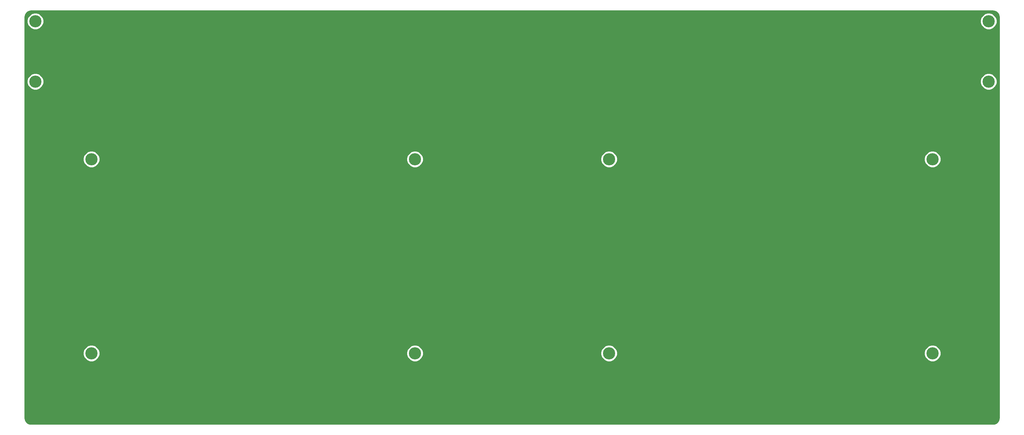
<source format=gtl>
G04 #@! TF.GenerationSoftware,KiCad,Pcbnew,(5.1.5)-2*
G04 #@! TF.CreationDate,2020-10-19T23:10:20+09:00*
G04 #@! TF.ProjectId,astra515_bottom,61737472-6135-4313-955f-626f74746f6d,rev?*
G04 #@! TF.SameCoordinates,Original*
G04 #@! TF.FileFunction,Copper,L1,Top*
G04 #@! TF.FilePolarity,Positive*
%FSLAX46Y46*%
G04 Gerber Fmt 4.6, Leading zero omitted, Abs format (unit mm)*
G04 Created by KiCad (PCBNEW (5.1.5)-2) date 2020-10-19 23:10:20*
%MOMM*%
%LPD*%
G04 APERTURE LIST*
%ADD10C,3.600000*%
%ADD11C,0.254000*%
G04 APERTURE END LIST*
D10*
X335280000Y-54610000D03*
X335280000Y-72390000D03*
X318770000Y-95250000D03*
X318770000Y-152400000D03*
X223520000Y-95250000D03*
X166370000Y-95250000D03*
X223520000Y-152400000D03*
X166370000Y-152400000D03*
X71120000Y-152400000D03*
X71120000Y-95250000D03*
X54610000Y-72390000D03*
X54610000Y-54610000D03*
D11*
G36*
X336904785Y-51548191D02*
G01*
X337246060Y-51651228D01*
X337560822Y-51818590D01*
X337837083Y-52043903D01*
X338064317Y-52318582D01*
X338233870Y-52632164D01*
X338339286Y-52972708D01*
X338380000Y-53360072D01*
X338380001Y-171415269D01*
X338341809Y-171804784D01*
X338238771Y-172146063D01*
X338071409Y-172460825D01*
X337846097Y-172737083D01*
X337571418Y-172964317D01*
X337257838Y-173133869D01*
X336917288Y-173239287D01*
X336529928Y-173280000D01*
X53374720Y-173280000D01*
X52985216Y-173241809D01*
X52643937Y-173138771D01*
X52329175Y-172971409D01*
X52052917Y-172746097D01*
X51825683Y-172471418D01*
X51656131Y-172157838D01*
X51550713Y-171817288D01*
X51510000Y-171429928D01*
X51510000Y-152160173D01*
X68685000Y-152160173D01*
X68685000Y-152639827D01*
X68778576Y-153110263D01*
X68962131Y-153553405D01*
X69228612Y-153952222D01*
X69567778Y-154291388D01*
X69966595Y-154557869D01*
X70409737Y-154741424D01*
X70880173Y-154835000D01*
X71359827Y-154835000D01*
X71830263Y-154741424D01*
X72273405Y-154557869D01*
X72672222Y-154291388D01*
X73011388Y-153952222D01*
X73277869Y-153553405D01*
X73461424Y-153110263D01*
X73555000Y-152639827D01*
X73555000Y-152160173D01*
X163935000Y-152160173D01*
X163935000Y-152639827D01*
X164028576Y-153110263D01*
X164212131Y-153553405D01*
X164478612Y-153952222D01*
X164817778Y-154291388D01*
X165216595Y-154557869D01*
X165659737Y-154741424D01*
X166130173Y-154835000D01*
X166609827Y-154835000D01*
X167080263Y-154741424D01*
X167523405Y-154557869D01*
X167922222Y-154291388D01*
X168261388Y-153952222D01*
X168527869Y-153553405D01*
X168711424Y-153110263D01*
X168805000Y-152639827D01*
X168805000Y-152160173D01*
X221085000Y-152160173D01*
X221085000Y-152639827D01*
X221178576Y-153110263D01*
X221362131Y-153553405D01*
X221628612Y-153952222D01*
X221967778Y-154291388D01*
X222366595Y-154557869D01*
X222809737Y-154741424D01*
X223280173Y-154835000D01*
X223759827Y-154835000D01*
X224230263Y-154741424D01*
X224673405Y-154557869D01*
X225072222Y-154291388D01*
X225411388Y-153952222D01*
X225677869Y-153553405D01*
X225861424Y-153110263D01*
X225955000Y-152639827D01*
X225955000Y-152160173D01*
X316335000Y-152160173D01*
X316335000Y-152639827D01*
X316428576Y-153110263D01*
X316612131Y-153553405D01*
X316878612Y-153952222D01*
X317217778Y-154291388D01*
X317616595Y-154557869D01*
X318059737Y-154741424D01*
X318530173Y-154835000D01*
X319009827Y-154835000D01*
X319480263Y-154741424D01*
X319923405Y-154557869D01*
X320322222Y-154291388D01*
X320661388Y-153952222D01*
X320927869Y-153553405D01*
X321111424Y-153110263D01*
X321205000Y-152639827D01*
X321205000Y-152160173D01*
X321111424Y-151689737D01*
X320927869Y-151246595D01*
X320661388Y-150847778D01*
X320322222Y-150508612D01*
X319923405Y-150242131D01*
X319480263Y-150058576D01*
X319009827Y-149965000D01*
X318530173Y-149965000D01*
X318059737Y-150058576D01*
X317616595Y-150242131D01*
X317217778Y-150508612D01*
X316878612Y-150847778D01*
X316612131Y-151246595D01*
X316428576Y-151689737D01*
X316335000Y-152160173D01*
X225955000Y-152160173D01*
X225861424Y-151689737D01*
X225677869Y-151246595D01*
X225411388Y-150847778D01*
X225072222Y-150508612D01*
X224673405Y-150242131D01*
X224230263Y-150058576D01*
X223759827Y-149965000D01*
X223280173Y-149965000D01*
X222809737Y-150058576D01*
X222366595Y-150242131D01*
X221967778Y-150508612D01*
X221628612Y-150847778D01*
X221362131Y-151246595D01*
X221178576Y-151689737D01*
X221085000Y-152160173D01*
X168805000Y-152160173D01*
X168711424Y-151689737D01*
X168527869Y-151246595D01*
X168261388Y-150847778D01*
X167922222Y-150508612D01*
X167523405Y-150242131D01*
X167080263Y-150058576D01*
X166609827Y-149965000D01*
X166130173Y-149965000D01*
X165659737Y-150058576D01*
X165216595Y-150242131D01*
X164817778Y-150508612D01*
X164478612Y-150847778D01*
X164212131Y-151246595D01*
X164028576Y-151689737D01*
X163935000Y-152160173D01*
X73555000Y-152160173D01*
X73461424Y-151689737D01*
X73277869Y-151246595D01*
X73011388Y-150847778D01*
X72672222Y-150508612D01*
X72273405Y-150242131D01*
X71830263Y-150058576D01*
X71359827Y-149965000D01*
X70880173Y-149965000D01*
X70409737Y-150058576D01*
X69966595Y-150242131D01*
X69567778Y-150508612D01*
X69228612Y-150847778D01*
X68962131Y-151246595D01*
X68778576Y-151689737D01*
X68685000Y-152160173D01*
X51510000Y-152160173D01*
X51510000Y-95010173D01*
X68685000Y-95010173D01*
X68685000Y-95489827D01*
X68778576Y-95960263D01*
X68962131Y-96403405D01*
X69228612Y-96802222D01*
X69567778Y-97141388D01*
X69966595Y-97407869D01*
X70409737Y-97591424D01*
X70880173Y-97685000D01*
X71359827Y-97685000D01*
X71830263Y-97591424D01*
X72273405Y-97407869D01*
X72672222Y-97141388D01*
X73011388Y-96802222D01*
X73277869Y-96403405D01*
X73461424Y-95960263D01*
X73555000Y-95489827D01*
X73555000Y-95010173D01*
X163935000Y-95010173D01*
X163935000Y-95489827D01*
X164028576Y-95960263D01*
X164212131Y-96403405D01*
X164478612Y-96802222D01*
X164817778Y-97141388D01*
X165216595Y-97407869D01*
X165659737Y-97591424D01*
X166130173Y-97685000D01*
X166609827Y-97685000D01*
X167080263Y-97591424D01*
X167523405Y-97407869D01*
X167922222Y-97141388D01*
X168261388Y-96802222D01*
X168527869Y-96403405D01*
X168711424Y-95960263D01*
X168805000Y-95489827D01*
X168805000Y-95010173D01*
X221085000Y-95010173D01*
X221085000Y-95489827D01*
X221178576Y-95960263D01*
X221362131Y-96403405D01*
X221628612Y-96802222D01*
X221967778Y-97141388D01*
X222366595Y-97407869D01*
X222809737Y-97591424D01*
X223280173Y-97685000D01*
X223759827Y-97685000D01*
X224230263Y-97591424D01*
X224673405Y-97407869D01*
X225072222Y-97141388D01*
X225411388Y-96802222D01*
X225677869Y-96403405D01*
X225861424Y-95960263D01*
X225955000Y-95489827D01*
X225955000Y-95010173D01*
X316335000Y-95010173D01*
X316335000Y-95489827D01*
X316428576Y-95960263D01*
X316612131Y-96403405D01*
X316878612Y-96802222D01*
X317217778Y-97141388D01*
X317616595Y-97407869D01*
X318059737Y-97591424D01*
X318530173Y-97685000D01*
X319009827Y-97685000D01*
X319480263Y-97591424D01*
X319923405Y-97407869D01*
X320322222Y-97141388D01*
X320661388Y-96802222D01*
X320927869Y-96403405D01*
X321111424Y-95960263D01*
X321205000Y-95489827D01*
X321205000Y-95010173D01*
X321111424Y-94539737D01*
X320927869Y-94096595D01*
X320661388Y-93697778D01*
X320322222Y-93358612D01*
X319923405Y-93092131D01*
X319480263Y-92908576D01*
X319009827Y-92815000D01*
X318530173Y-92815000D01*
X318059737Y-92908576D01*
X317616595Y-93092131D01*
X317217778Y-93358612D01*
X316878612Y-93697778D01*
X316612131Y-94096595D01*
X316428576Y-94539737D01*
X316335000Y-95010173D01*
X225955000Y-95010173D01*
X225861424Y-94539737D01*
X225677869Y-94096595D01*
X225411388Y-93697778D01*
X225072222Y-93358612D01*
X224673405Y-93092131D01*
X224230263Y-92908576D01*
X223759827Y-92815000D01*
X223280173Y-92815000D01*
X222809737Y-92908576D01*
X222366595Y-93092131D01*
X221967778Y-93358612D01*
X221628612Y-93697778D01*
X221362131Y-94096595D01*
X221178576Y-94539737D01*
X221085000Y-95010173D01*
X168805000Y-95010173D01*
X168711424Y-94539737D01*
X168527869Y-94096595D01*
X168261388Y-93697778D01*
X167922222Y-93358612D01*
X167523405Y-93092131D01*
X167080263Y-92908576D01*
X166609827Y-92815000D01*
X166130173Y-92815000D01*
X165659737Y-92908576D01*
X165216595Y-93092131D01*
X164817778Y-93358612D01*
X164478612Y-93697778D01*
X164212131Y-94096595D01*
X164028576Y-94539737D01*
X163935000Y-95010173D01*
X73555000Y-95010173D01*
X73461424Y-94539737D01*
X73277869Y-94096595D01*
X73011388Y-93697778D01*
X72672222Y-93358612D01*
X72273405Y-93092131D01*
X71830263Y-92908576D01*
X71359827Y-92815000D01*
X70880173Y-92815000D01*
X70409737Y-92908576D01*
X69966595Y-93092131D01*
X69567778Y-93358612D01*
X69228612Y-93697778D01*
X68962131Y-94096595D01*
X68778576Y-94539737D01*
X68685000Y-95010173D01*
X51510000Y-95010173D01*
X51510000Y-72150173D01*
X52175000Y-72150173D01*
X52175000Y-72629827D01*
X52268576Y-73100263D01*
X52452131Y-73543405D01*
X52718612Y-73942222D01*
X53057778Y-74281388D01*
X53456595Y-74547869D01*
X53899737Y-74731424D01*
X54370173Y-74825000D01*
X54849827Y-74825000D01*
X55320263Y-74731424D01*
X55763405Y-74547869D01*
X56162222Y-74281388D01*
X56501388Y-73942222D01*
X56767869Y-73543405D01*
X56951424Y-73100263D01*
X57045000Y-72629827D01*
X57045000Y-72150173D01*
X332845000Y-72150173D01*
X332845000Y-72629827D01*
X332938576Y-73100263D01*
X333122131Y-73543405D01*
X333388612Y-73942222D01*
X333727778Y-74281388D01*
X334126595Y-74547869D01*
X334569737Y-74731424D01*
X335040173Y-74825000D01*
X335519827Y-74825000D01*
X335990263Y-74731424D01*
X336433405Y-74547869D01*
X336832222Y-74281388D01*
X337171388Y-73942222D01*
X337437869Y-73543405D01*
X337621424Y-73100263D01*
X337715000Y-72629827D01*
X337715000Y-72150173D01*
X337621424Y-71679737D01*
X337437869Y-71236595D01*
X337171388Y-70837778D01*
X336832222Y-70498612D01*
X336433405Y-70232131D01*
X335990263Y-70048576D01*
X335519827Y-69955000D01*
X335040173Y-69955000D01*
X334569737Y-70048576D01*
X334126595Y-70232131D01*
X333727778Y-70498612D01*
X333388612Y-70837778D01*
X333122131Y-71236595D01*
X332938576Y-71679737D01*
X332845000Y-72150173D01*
X57045000Y-72150173D01*
X56951424Y-71679737D01*
X56767869Y-71236595D01*
X56501388Y-70837778D01*
X56162222Y-70498612D01*
X55763405Y-70232131D01*
X55320263Y-70048576D01*
X54849827Y-69955000D01*
X54370173Y-69955000D01*
X53899737Y-70048576D01*
X53456595Y-70232131D01*
X53057778Y-70498612D01*
X52718612Y-70837778D01*
X52452131Y-71236595D01*
X52268576Y-71679737D01*
X52175000Y-72150173D01*
X51510000Y-72150173D01*
X51510000Y-54370173D01*
X52175000Y-54370173D01*
X52175000Y-54849827D01*
X52268576Y-55320263D01*
X52452131Y-55763405D01*
X52718612Y-56162222D01*
X53057778Y-56501388D01*
X53456595Y-56767869D01*
X53899737Y-56951424D01*
X54370173Y-57045000D01*
X54849827Y-57045000D01*
X55320263Y-56951424D01*
X55763405Y-56767869D01*
X56162222Y-56501388D01*
X56501388Y-56162222D01*
X56767869Y-55763405D01*
X56951424Y-55320263D01*
X57045000Y-54849827D01*
X57045000Y-54370173D01*
X332845000Y-54370173D01*
X332845000Y-54849827D01*
X332938576Y-55320263D01*
X333122131Y-55763405D01*
X333388612Y-56162222D01*
X333727778Y-56501388D01*
X334126595Y-56767869D01*
X334569737Y-56951424D01*
X335040173Y-57045000D01*
X335519827Y-57045000D01*
X335990263Y-56951424D01*
X336433405Y-56767869D01*
X336832222Y-56501388D01*
X337171388Y-56162222D01*
X337437869Y-55763405D01*
X337621424Y-55320263D01*
X337715000Y-54849827D01*
X337715000Y-54370173D01*
X337621424Y-53899737D01*
X337437869Y-53456595D01*
X337171388Y-53057778D01*
X336832222Y-52718612D01*
X336433405Y-52452131D01*
X335990263Y-52268576D01*
X335519827Y-52175000D01*
X335040173Y-52175000D01*
X334569737Y-52268576D01*
X334126595Y-52452131D01*
X333727778Y-52718612D01*
X333388612Y-53057778D01*
X333122131Y-53456595D01*
X332938576Y-53899737D01*
X332845000Y-54370173D01*
X57045000Y-54370173D01*
X56951424Y-53899737D01*
X56767869Y-53456595D01*
X56501388Y-53057778D01*
X56162222Y-52718612D01*
X55763405Y-52452131D01*
X55320263Y-52268576D01*
X54849827Y-52175000D01*
X54370173Y-52175000D01*
X53899737Y-52268576D01*
X53456595Y-52452131D01*
X53057778Y-52718612D01*
X52718612Y-53057778D01*
X52452131Y-53456595D01*
X52268576Y-53899737D01*
X52175000Y-54370173D01*
X51510000Y-54370173D01*
X51510000Y-53374720D01*
X51548191Y-52985215D01*
X51651228Y-52643940D01*
X51818590Y-52329178D01*
X52043903Y-52052917D01*
X52318582Y-51825683D01*
X52632164Y-51656130D01*
X52972708Y-51550714D01*
X53360072Y-51510000D01*
X336515280Y-51510000D01*
X336904785Y-51548191D01*
G37*
X336904785Y-51548191D02*
X337246060Y-51651228D01*
X337560822Y-51818590D01*
X337837083Y-52043903D01*
X338064317Y-52318582D01*
X338233870Y-52632164D01*
X338339286Y-52972708D01*
X338380000Y-53360072D01*
X338380001Y-171415269D01*
X338341809Y-171804784D01*
X338238771Y-172146063D01*
X338071409Y-172460825D01*
X337846097Y-172737083D01*
X337571418Y-172964317D01*
X337257838Y-173133869D01*
X336917288Y-173239287D01*
X336529928Y-173280000D01*
X53374720Y-173280000D01*
X52985216Y-173241809D01*
X52643937Y-173138771D01*
X52329175Y-172971409D01*
X52052917Y-172746097D01*
X51825683Y-172471418D01*
X51656131Y-172157838D01*
X51550713Y-171817288D01*
X51510000Y-171429928D01*
X51510000Y-152160173D01*
X68685000Y-152160173D01*
X68685000Y-152639827D01*
X68778576Y-153110263D01*
X68962131Y-153553405D01*
X69228612Y-153952222D01*
X69567778Y-154291388D01*
X69966595Y-154557869D01*
X70409737Y-154741424D01*
X70880173Y-154835000D01*
X71359827Y-154835000D01*
X71830263Y-154741424D01*
X72273405Y-154557869D01*
X72672222Y-154291388D01*
X73011388Y-153952222D01*
X73277869Y-153553405D01*
X73461424Y-153110263D01*
X73555000Y-152639827D01*
X73555000Y-152160173D01*
X163935000Y-152160173D01*
X163935000Y-152639827D01*
X164028576Y-153110263D01*
X164212131Y-153553405D01*
X164478612Y-153952222D01*
X164817778Y-154291388D01*
X165216595Y-154557869D01*
X165659737Y-154741424D01*
X166130173Y-154835000D01*
X166609827Y-154835000D01*
X167080263Y-154741424D01*
X167523405Y-154557869D01*
X167922222Y-154291388D01*
X168261388Y-153952222D01*
X168527869Y-153553405D01*
X168711424Y-153110263D01*
X168805000Y-152639827D01*
X168805000Y-152160173D01*
X221085000Y-152160173D01*
X221085000Y-152639827D01*
X221178576Y-153110263D01*
X221362131Y-153553405D01*
X221628612Y-153952222D01*
X221967778Y-154291388D01*
X222366595Y-154557869D01*
X222809737Y-154741424D01*
X223280173Y-154835000D01*
X223759827Y-154835000D01*
X224230263Y-154741424D01*
X224673405Y-154557869D01*
X225072222Y-154291388D01*
X225411388Y-153952222D01*
X225677869Y-153553405D01*
X225861424Y-153110263D01*
X225955000Y-152639827D01*
X225955000Y-152160173D01*
X316335000Y-152160173D01*
X316335000Y-152639827D01*
X316428576Y-153110263D01*
X316612131Y-153553405D01*
X316878612Y-153952222D01*
X317217778Y-154291388D01*
X317616595Y-154557869D01*
X318059737Y-154741424D01*
X318530173Y-154835000D01*
X319009827Y-154835000D01*
X319480263Y-154741424D01*
X319923405Y-154557869D01*
X320322222Y-154291388D01*
X320661388Y-153952222D01*
X320927869Y-153553405D01*
X321111424Y-153110263D01*
X321205000Y-152639827D01*
X321205000Y-152160173D01*
X321111424Y-151689737D01*
X320927869Y-151246595D01*
X320661388Y-150847778D01*
X320322222Y-150508612D01*
X319923405Y-150242131D01*
X319480263Y-150058576D01*
X319009827Y-149965000D01*
X318530173Y-149965000D01*
X318059737Y-150058576D01*
X317616595Y-150242131D01*
X317217778Y-150508612D01*
X316878612Y-150847778D01*
X316612131Y-151246595D01*
X316428576Y-151689737D01*
X316335000Y-152160173D01*
X225955000Y-152160173D01*
X225861424Y-151689737D01*
X225677869Y-151246595D01*
X225411388Y-150847778D01*
X225072222Y-150508612D01*
X224673405Y-150242131D01*
X224230263Y-150058576D01*
X223759827Y-149965000D01*
X223280173Y-149965000D01*
X222809737Y-150058576D01*
X222366595Y-150242131D01*
X221967778Y-150508612D01*
X221628612Y-150847778D01*
X221362131Y-151246595D01*
X221178576Y-151689737D01*
X221085000Y-152160173D01*
X168805000Y-152160173D01*
X168711424Y-151689737D01*
X168527869Y-151246595D01*
X168261388Y-150847778D01*
X167922222Y-150508612D01*
X167523405Y-150242131D01*
X167080263Y-150058576D01*
X166609827Y-149965000D01*
X166130173Y-149965000D01*
X165659737Y-150058576D01*
X165216595Y-150242131D01*
X164817778Y-150508612D01*
X164478612Y-150847778D01*
X164212131Y-151246595D01*
X164028576Y-151689737D01*
X163935000Y-152160173D01*
X73555000Y-152160173D01*
X73461424Y-151689737D01*
X73277869Y-151246595D01*
X73011388Y-150847778D01*
X72672222Y-150508612D01*
X72273405Y-150242131D01*
X71830263Y-150058576D01*
X71359827Y-149965000D01*
X70880173Y-149965000D01*
X70409737Y-150058576D01*
X69966595Y-150242131D01*
X69567778Y-150508612D01*
X69228612Y-150847778D01*
X68962131Y-151246595D01*
X68778576Y-151689737D01*
X68685000Y-152160173D01*
X51510000Y-152160173D01*
X51510000Y-95010173D01*
X68685000Y-95010173D01*
X68685000Y-95489827D01*
X68778576Y-95960263D01*
X68962131Y-96403405D01*
X69228612Y-96802222D01*
X69567778Y-97141388D01*
X69966595Y-97407869D01*
X70409737Y-97591424D01*
X70880173Y-97685000D01*
X71359827Y-97685000D01*
X71830263Y-97591424D01*
X72273405Y-97407869D01*
X72672222Y-97141388D01*
X73011388Y-96802222D01*
X73277869Y-96403405D01*
X73461424Y-95960263D01*
X73555000Y-95489827D01*
X73555000Y-95010173D01*
X163935000Y-95010173D01*
X163935000Y-95489827D01*
X164028576Y-95960263D01*
X164212131Y-96403405D01*
X164478612Y-96802222D01*
X164817778Y-97141388D01*
X165216595Y-97407869D01*
X165659737Y-97591424D01*
X166130173Y-97685000D01*
X166609827Y-97685000D01*
X167080263Y-97591424D01*
X167523405Y-97407869D01*
X167922222Y-97141388D01*
X168261388Y-96802222D01*
X168527869Y-96403405D01*
X168711424Y-95960263D01*
X168805000Y-95489827D01*
X168805000Y-95010173D01*
X221085000Y-95010173D01*
X221085000Y-95489827D01*
X221178576Y-95960263D01*
X221362131Y-96403405D01*
X221628612Y-96802222D01*
X221967778Y-97141388D01*
X222366595Y-97407869D01*
X222809737Y-97591424D01*
X223280173Y-97685000D01*
X223759827Y-97685000D01*
X224230263Y-97591424D01*
X224673405Y-97407869D01*
X225072222Y-97141388D01*
X225411388Y-96802222D01*
X225677869Y-96403405D01*
X225861424Y-95960263D01*
X225955000Y-95489827D01*
X225955000Y-95010173D01*
X316335000Y-95010173D01*
X316335000Y-95489827D01*
X316428576Y-95960263D01*
X316612131Y-96403405D01*
X316878612Y-96802222D01*
X317217778Y-97141388D01*
X317616595Y-97407869D01*
X318059737Y-97591424D01*
X318530173Y-97685000D01*
X319009827Y-97685000D01*
X319480263Y-97591424D01*
X319923405Y-97407869D01*
X320322222Y-97141388D01*
X320661388Y-96802222D01*
X320927869Y-96403405D01*
X321111424Y-95960263D01*
X321205000Y-95489827D01*
X321205000Y-95010173D01*
X321111424Y-94539737D01*
X320927869Y-94096595D01*
X320661388Y-93697778D01*
X320322222Y-93358612D01*
X319923405Y-93092131D01*
X319480263Y-92908576D01*
X319009827Y-92815000D01*
X318530173Y-92815000D01*
X318059737Y-92908576D01*
X317616595Y-93092131D01*
X317217778Y-93358612D01*
X316878612Y-93697778D01*
X316612131Y-94096595D01*
X316428576Y-94539737D01*
X316335000Y-95010173D01*
X225955000Y-95010173D01*
X225861424Y-94539737D01*
X225677869Y-94096595D01*
X225411388Y-93697778D01*
X225072222Y-93358612D01*
X224673405Y-93092131D01*
X224230263Y-92908576D01*
X223759827Y-92815000D01*
X223280173Y-92815000D01*
X222809737Y-92908576D01*
X222366595Y-93092131D01*
X221967778Y-93358612D01*
X221628612Y-93697778D01*
X221362131Y-94096595D01*
X221178576Y-94539737D01*
X221085000Y-95010173D01*
X168805000Y-95010173D01*
X168711424Y-94539737D01*
X168527869Y-94096595D01*
X168261388Y-93697778D01*
X167922222Y-93358612D01*
X167523405Y-93092131D01*
X167080263Y-92908576D01*
X166609827Y-92815000D01*
X166130173Y-92815000D01*
X165659737Y-92908576D01*
X165216595Y-93092131D01*
X164817778Y-93358612D01*
X164478612Y-93697778D01*
X164212131Y-94096595D01*
X164028576Y-94539737D01*
X163935000Y-95010173D01*
X73555000Y-95010173D01*
X73461424Y-94539737D01*
X73277869Y-94096595D01*
X73011388Y-93697778D01*
X72672222Y-93358612D01*
X72273405Y-93092131D01*
X71830263Y-92908576D01*
X71359827Y-92815000D01*
X70880173Y-92815000D01*
X70409737Y-92908576D01*
X69966595Y-93092131D01*
X69567778Y-93358612D01*
X69228612Y-93697778D01*
X68962131Y-94096595D01*
X68778576Y-94539737D01*
X68685000Y-95010173D01*
X51510000Y-95010173D01*
X51510000Y-72150173D01*
X52175000Y-72150173D01*
X52175000Y-72629827D01*
X52268576Y-73100263D01*
X52452131Y-73543405D01*
X52718612Y-73942222D01*
X53057778Y-74281388D01*
X53456595Y-74547869D01*
X53899737Y-74731424D01*
X54370173Y-74825000D01*
X54849827Y-74825000D01*
X55320263Y-74731424D01*
X55763405Y-74547869D01*
X56162222Y-74281388D01*
X56501388Y-73942222D01*
X56767869Y-73543405D01*
X56951424Y-73100263D01*
X57045000Y-72629827D01*
X57045000Y-72150173D01*
X332845000Y-72150173D01*
X332845000Y-72629827D01*
X332938576Y-73100263D01*
X333122131Y-73543405D01*
X333388612Y-73942222D01*
X333727778Y-74281388D01*
X334126595Y-74547869D01*
X334569737Y-74731424D01*
X335040173Y-74825000D01*
X335519827Y-74825000D01*
X335990263Y-74731424D01*
X336433405Y-74547869D01*
X336832222Y-74281388D01*
X337171388Y-73942222D01*
X337437869Y-73543405D01*
X337621424Y-73100263D01*
X337715000Y-72629827D01*
X337715000Y-72150173D01*
X337621424Y-71679737D01*
X337437869Y-71236595D01*
X337171388Y-70837778D01*
X336832222Y-70498612D01*
X336433405Y-70232131D01*
X335990263Y-70048576D01*
X335519827Y-69955000D01*
X335040173Y-69955000D01*
X334569737Y-70048576D01*
X334126595Y-70232131D01*
X333727778Y-70498612D01*
X333388612Y-70837778D01*
X333122131Y-71236595D01*
X332938576Y-71679737D01*
X332845000Y-72150173D01*
X57045000Y-72150173D01*
X56951424Y-71679737D01*
X56767869Y-71236595D01*
X56501388Y-70837778D01*
X56162222Y-70498612D01*
X55763405Y-70232131D01*
X55320263Y-70048576D01*
X54849827Y-69955000D01*
X54370173Y-69955000D01*
X53899737Y-70048576D01*
X53456595Y-70232131D01*
X53057778Y-70498612D01*
X52718612Y-70837778D01*
X52452131Y-71236595D01*
X52268576Y-71679737D01*
X52175000Y-72150173D01*
X51510000Y-72150173D01*
X51510000Y-54370173D01*
X52175000Y-54370173D01*
X52175000Y-54849827D01*
X52268576Y-55320263D01*
X52452131Y-55763405D01*
X52718612Y-56162222D01*
X53057778Y-56501388D01*
X53456595Y-56767869D01*
X53899737Y-56951424D01*
X54370173Y-57045000D01*
X54849827Y-57045000D01*
X55320263Y-56951424D01*
X55763405Y-56767869D01*
X56162222Y-56501388D01*
X56501388Y-56162222D01*
X56767869Y-55763405D01*
X56951424Y-55320263D01*
X57045000Y-54849827D01*
X57045000Y-54370173D01*
X332845000Y-54370173D01*
X332845000Y-54849827D01*
X332938576Y-55320263D01*
X333122131Y-55763405D01*
X333388612Y-56162222D01*
X333727778Y-56501388D01*
X334126595Y-56767869D01*
X334569737Y-56951424D01*
X335040173Y-57045000D01*
X335519827Y-57045000D01*
X335990263Y-56951424D01*
X336433405Y-56767869D01*
X336832222Y-56501388D01*
X337171388Y-56162222D01*
X337437869Y-55763405D01*
X337621424Y-55320263D01*
X337715000Y-54849827D01*
X337715000Y-54370173D01*
X337621424Y-53899737D01*
X337437869Y-53456595D01*
X337171388Y-53057778D01*
X336832222Y-52718612D01*
X336433405Y-52452131D01*
X335990263Y-52268576D01*
X335519827Y-52175000D01*
X335040173Y-52175000D01*
X334569737Y-52268576D01*
X334126595Y-52452131D01*
X333727778Y-52718612D01*
X333388612Y-53057778D01*
X333122131Y-53456595D01*
X332938576Y-53899737D01*
X332845000Y-54370173D01*
X57045000Y-54370173D01*
X56951424Y-53899737D01*
X56767869Y-53456595D01*
X56501388Y-53057778D01*
X56162222Y-52718612D01*
X55763405Y-52452131D01*
X55320263Y-52268576D01*
X54849827Y-52175000D01*
X54370173Y-52175000D01*
X53899737Y-52268576D01*
X53456595Y-52452131D01*
X53057778Y-52718612D01*
X52718612Y-53057778D01*
X52452131Y-53456595D01*
X52268576Y-53899737D01*
X52175000Y-54370173D01*
X51510000Y-54370173D01*
X51510000Y-53374720D01*
X51548191Y-52985215D01*
X51651228Y-52643940D01*
X51818590Y-52329178D01*
X52043903Y-52052917D01*
X52318582Y-51825683D01*
X52632164Y-51656130D01*
X52972708Y-51550714D01*
X53360072Y-51510000D01*
X336515280Y-51510000D01*
X336904785Y-51548191D01*
M02*

</source>
